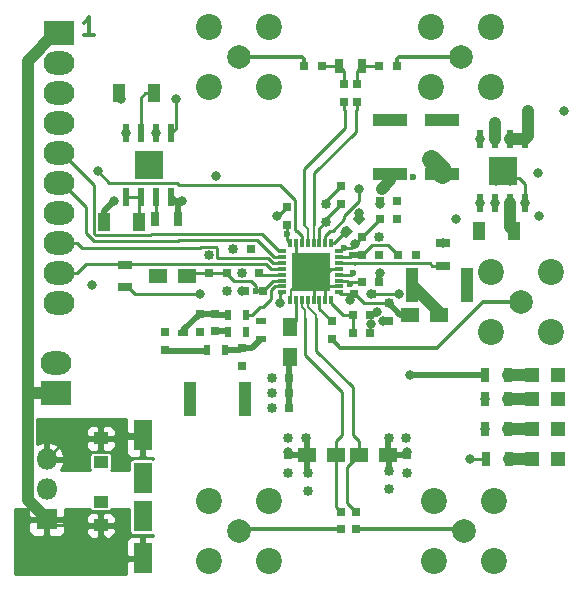
<source format=gbr>
G04 #@! TF.GenerationSoftware,KiCad,Pcbnew,5.0.2-bee76a0~70~ubuntu18.04.1*
G04 #@! TF.CreationDate,2019-01-26T17:59:04+01:00*
G04 #@! TF.ProjectId,adf5355,61646635-3335-4352-9e6b-696361645f70,rev?*
G04 #@! TF.SameCoordinates,Original*
G04 #@! TF.FileFunction,Copper,L1,Top*
G04 #@! TF.FilePolarity,Positive*
%FSLAX46Y46*%
G04 Gerber Fmt 4.6, Leading zero omitted, Abs format (unit mm)*
G04 Created by KiCad (PCBNEW 5.0.2-bee76a0~70~ubuntu18.04.1) date lör 26 jan 2019 17:59:04*
%MOMM*%
%LPD*%
G01*
G04 APERTURE LIST*
G04 #@! TA.AperFunction,NonConductor*
%ADD10C,0.300000*%
G04 #@! TD*
G04 #@! TA.AperFunction,SMDPad,CuDef*
%ADD11R,1.600000X2.600000*%
G04 #@! TD*
G04 #@! TA.AperFunction,SMDPad,CuDef*
%ADD12R,1.250000X1.000000*%
G04 #@! TD*
G04 #@! TA.AperFunction,SMDPad,CuDef*
%ADD13R,1.000000X3.000000*%
G04 #@! TD*
G04 #@! TA.AperFunction,SMDPad,CuDef*
%ADD14R,3.000000X1.000000*%
G04 #@! TD*
G04 #@! TA.AperFunction,SMDPad,CuDef*
%ADD15R,1.000000X1.600000*%
G04 #@! TD*
G04 #@! TA.AperFunction,SMDPad,CuDef*
%ADD16R,1.200000X1.200000*%
G04 #@! TD*
G04 #@! TA.AperFunction,ComponentPad*
%ADD17C,2.000000*%
G04 #@! TD*
G04 #@! TA.AperFunction,ComponentPad*
%ADD18C,2.200000*%
G04 #@! TD*
G04 #@! TA.AperFunction,ComponentPad*
%ADD19O,2.600000X2.000000*%
G04 #@! TD*
G04 #@! TA.AperFunction,ComponentPad*
%ADD20R,2.600000X2.000000*%
G04 #@! TD*
G04 #@! TA.AperFunction,SMDPad,CuDef*
%ADD21R,1.250000X1.500000*%
G04 #@! TD*
G04 #@! TA.AperFunction,SMDPad,CuDef*
%ADD22R,1.500000X1.250000*%
G04 #@! TD*
G04 #@! TA.AperFunction,SMDPad,CuDef*
%ADD23R,0.700000X1.300000*%
G04 #@! TD*
G04 #@! TA.AperFunction,SMDPad,CuDef*
%ADD24R,1.300000X0.700000*%
G04 #@! TD*
G04 #@! TA.AperFunction,ComponentPad*
%ADD25O,1.800000X1.800000*%
G04 #@! TD*
G04 #@! TA.AperFunction,ComponentPad*
%ADD26R,1.800000X1.800000*%
G04 #@! TD*
G04 #@! TA.AperFunction,SMDPad,CuDef*
%ADD27R,1.175000X1.175000*%
G04 #@! TD*
G04 #@! TA.AperFunction,SMDPad,CuDef*
%ADD28R,0.600000X1.550000*%
G04 #@! TD*
G04 #@! TA.AperFunction,SMDPad,CuDef*
%ADD29R,0.800000X0.300000*%
G04 #@! TD*
G04 #@! TA.AperFunction,SMDPad,CuDef*
%ADD30R,0.300000X0.800000*%
G04 #@! TD*
G04 #@! TA.AperFunction,SMDPad,CuDef*
%ADD31R,3.250000X3.250000*%
G04 #@! TD*
G04 #@! TA.AperFunction,SMDPad,CuDef*
%ADD32R,0.800000X0.750000*%
G04 #@! TD*
G04 #@! TA.AperFunction,SMDPad,CuDef*
%ADD33R,0.750000X0.800000*%
G04 #@! TD*
G04 #@! TA.AperFunction,SMDPad,CuDef*
%ADD34C,0.750000*%
G04 #@! TD*
G04 #@! TA.AperFunction,Conductor*
%ADD35C,0.100000*%
G04 #@! TD*
G04 #@! TA.AperFunction,SMDPad,CuDef*
%ADD36R,0.500000X0.900000*%
G04 #@! TD*
G04 #@! TA.AperFunction,SMDPad,CuDef*
%ADD37R,0.900000X0.500000*%
G04 #@! TD*
G04 #@! TA.AperFunction,ViaPad*
%ADD38C,0.800000*%
G04 #@! TD*
G04 #@! TA.AperFunction,ViaPad*
%ADD39C,0.600000*%
G04 #@! TD*
G04 #@! TA.AperFunction,Conductor*
%ADD40C,0.250000*%
G04 #@! TD*
G04 #@! TA.AperFunction,Conductor*
%ADD41C,1.000000*%
G04 #@! TD*
G04 #@! TA.AperFunction,Conductor*
%ADD42C,0.500000*%
G04 #@! TD*
G04 #@! TA.AperFunction,Conductor*
%ADD43C,0.150000*%
G04 #@! TD*
G04 #@! TA.AperFunction,Conductor*
%ADD44C,1.600000*%
G04 #@! TD*
G04 #@! TA.AperFunction,Conductor*
%ADD45C,0.355000*%
G04 #@! TD*
G04 #@! TA.AperFunction,Conductor*
%ADD46C,0.254000*%
G04 #@! TD*
G04 APERTURE END LIST*
D10*
X90852571Y-80942571D02*
X89995428Y-80942571D01*
X90424000Y-80942571D02*
X90424000Y-79442571D01*
X90281142Y-79656857D01*
X90138285Y-79799714D01*
X89995428Y-79871142D01*
D11*
G04 #@! TO.P,C1,1*
G04 #@! TO.N,/VIN*
X94996000Y-125244000D03*
G04 #@! TO.P,C1,2*
G04 #@! TO.N,GND*
X94996000Y-121644000D03*
G04 #@! TD*
D12*
G04 #@! TO.P,C2,2*
G04 #@! TO.N,GND*
X91440000Y-120428000D03*
G04 #@! TO.P,C2,1*
G04 #@! TO.N,/VIN*
X91440000Y-122428000D03*
G04 #@! TD*
G04 #@! TO.P,C3,1*
G04 #@! TO.N,/6V*
X91440000Y-115078000D03*
G04 #@! TO.P,C3,2*
G04 #@! TO.N,GND*
X91440000Y-117078000D03*
G04 #@! TD*
D11*
G04 #@! TO.P,C4,2*
G04 #@! TO.N,GND*
X94996000Y-118408000D03*
G04 #@! TO.P,C4,1*
G04 #@! TO.N,/6V*
X94996000Y-114808000D03*
G04 #@! TD*
D13*
G04 #@! TO.P,C6,2*
G04 #@! TO.N,GND*
X99032000Y-111760000D03*
G04 #@! TO.P,C6,1*
G04 #@! TO.N,/3V3*
X103632000Y-111760000D03*
G04 #@! TD*
D14*
G04 #@! TO.P,C8,2*
G04 #@! TO.N,GND*
X115976400Y-88124000D03*
G04 #@! TO.P,C8,1*
G04 #@! TO.N,/3V3*
X115976400Y-92724000D03*
G04 #@! TD*
D15*
G04 #@! TO.P,C23,2*
G04 #@! TO.N,GND*
X91718000Y-96774000D03*
G04 #@! TO.P,C23,1*
G04 #@! TO.N,Net-(C23-Pad1)*
X94718000Y-96774000D03*
G04 #@! TD*
G04 #@! TO.P,C24,1*
G04 #@! TO.N,Net-(C24-Pad1)*
X95988000Y-85852000D03*
G04 #@! TO.P,C24,2*
G04 #@! TO.N,GND*
X92988000Y-85852000D03*
G04 #@! TD*
D14*
G04 #@! TO.P,C35,2*
G04 #@! TO.N,GND*
X120345200Y-88124000D03*
G04 #@! TO.P,C35,1*
G04 #@! TO.N,/6V*
X120345200Y-92724000D03*
G04 #@! TD*
D15*
G04 #@! TO.P,C40,2*
G04 #@! TO.N,GND*
X123468000Y-97536000D03*
G04 #@! TO.P,C40,1*
G04 #@! TO.N,Net-(C40-Pad1)*
X126468000Y-97536000D03*
G04 #@! TD*
D16*
G04 #@! TO.P,D2,2*
G04 #@! TO.N,Net-(D2-Pad2)*
X127932000Y-111760000D03*
G04 #@! TO.P,D2,1*
G04 #@! TO.N,GND*
X130132000Y-111760000D03*
G04 #@! TD*
G04 #@! TO.P,D3,1*
G04 #@! TO.N,GND*
X130132000Y-109728000D03*
G04 #@! TO.P,D3,2*
G04 #@! TO.N,Net-(D3-Pad2)*
X127932000Y-109728000D03*
G04 #@! TD*
G04 #@! TO.P,D4,1*
G04 #@! TO.N,GND*
X130132000Y-116840000D03*
G04 #@! TO.P,D4,2*
G04 #@! TO.N,Net-(D4-Pad2)*
X127932000Y-116840000D03*
G04 #@! TD*
D17*
G04 #@! TO.P,J1,1*
G04 #@! TO.N,/REF+*
X103124000Y-82804000D03*
D18*
G04 #@! TO.P,J1,2*
G04 #@! TO.N,GND*
X105664000Y-85344000D03*
X105664000Y-80264000D03*
X100584000Y-80264000D03*
X100584000Y-85344000D03*
G04 #@! TD*
D17*
G04 #@! TO.P,J2,1*
G04 #@! TO.N,Net-(C33-Pad1)*
X127000000Y-103505000D03*
D18*
G04 #@! TO.P,J2,2*
G04 #@! TO.N,GND*
X129540000Y-106045000D03*
X129540000Y-100965000D03*
X124460000Y-100965000D03*
X124460000Y-106045000D03*
G04 #@! TD*
D17*
G04 #@! TO.P,J3,1*
G04 #@! TO.N,Net-(C34-Pad1)*
X103124000Y-122936000D03*
D18*
G04 #@! TO.P,J3,2*
G04 #@! TO.N,GND*
X105664000Y-125476000D03*
X105664000Y-120396000D03*
X100584000Y-120396000D03*
X100584000Y-125476000D03*
G04 #@! TD*
G04 #@! TO.P,J4,2*
G04 #@! TO.N,GND*
X119380000Y-85344000D03*
X119380000Y-80264000D03*
X124460000Y-80264000D03*
X124460000Y-85344000D03*
D17*
G04 #@! TO.P,J4,1*
G04 #@! TO.N,/REF-*
X121920000Y-82804000D03*
G04 #@! TD*
D18*
G04 #@! TO.P,J5,2*
G04 #@! TO.N,GND*
X119634000Y-125476000D03*
X119634000Y-120396000D03*
X124714000Y-120396000D03*
X124714000Y-125476000D03*
D17*
G04 #@! TO.P,J5,1*
G04 #@! TO.N,Net-(C41-Pad1)*
X122174000Y-122936000D03*
G04 #@! TD*
D19*
G04 #@! TO.P,J6,2*
G04 #@! TO.N,GND*
X87630000Y-108712000D03*
D20*
G04 #@! TO.P,J6,1*
G04 #@! TO.N,/VIN*
X87630000Y-111252000D03*
G04 #@! TD*
D19*
G04 #@! TO.P,J7,10*
G04 #@! TO.N,GND*
X87884000Y-103632000D03*
G04 #@! TO.P,J7,9*
G04 #@! TO.N,/CE*
X87884000Y-101092000D03*
G04 #@! TO.P,J7,8*
G04 #@! TO.N,/LE*
X87884000Y-98552000D03*
G04 #@! TO.P,J7,7*
G04 #@! TO.N,/MUX*
X87884000Y-96012000D03*
G04 #@! TO.P,J7,6*
G04 #@! TO.N,/DATA*
X87884000Y-93472000D03*
G04 #@! TO.P,J7,5*
G04 #@! TO.N,/CLK*
X87884000Y-90932000D03*
G04 #@! TO.P,J7,4*
G04 #@! TO.N,/3V3*
X87884000Y-88392000D03*
G04 #@! TO.P,J7,3*
G04 #@! TO.N,/5V*
X87884000Y-85852000D03*
G04 #@! TO.P,J7,2*
G04 #@! TO.N,/6V*
X87884000Y-83312000D03*
D20*
G04 #@! TO.P,J7,1*
G04 #@! TO.N,/VIN*
X87884000Y-80772000D03*
G04 #@! TD*
D21*
G04 #@! TO.P,L1,2*
G04 #@! TO.N,Net-(L1-Pad2)*
X107442000Y-105684000D03*
G04 #@! TO.P,L1,1*
G04 #@! TO.N,/3V3*
X107442000Y-108184000D03*
G04 #@! TD*
D22*
G04 #@! TO.P,L2,1*
G04 #@! TO.N,/3V3*
X108879000Y-116459000D03*
G04 #@! TO.P,L2,2*
G04 #@! TO.N,/RF_OUT+*
X111379000Y-116459000D03*
G04 #@! TD*
G04 #@! TO.P,L3,2*
G04 #@! TO.N,/RF_OUT-*
X113284000Y-116459000D03*
G04 #@! TO.P,L3,1*
G04 #@! TO.N,/3V3*
X115784000Y-116459000D03*
G04 #@! TD*
D23*
G04 #@! TO.P,R1,1*
G04 #@! TO.N,Net-(R1-Pad1)*
X96078000Y-96520000D03*
G04 #@! TO.P,R1,2*
G04 #@! TO.N,/6V*
X97978000Y-96520000D03*
G04 #@! TD*
D24*
G04 #@! TO.P,R2,2*
G04 #@! TO.N,/3V3*
X93472000Y-102296000D03*
G04 #@! TO.P,R2,1*
G04 #@! TO.N,/CE*
X93472000Y-100396000D03*
G04 #@! TD*
D23*
G04 #@! TO.P,R3,2*
G04 #@! TO.N,/REF2+*
X111638000Y-83566000D03*
G04 #@! TO.P,R3,1*
G04 #@! TO.N,/REF2-*
X113538000Y-83566000D03*
G04 #@! TD*
D24*
G04 #@! TO.P,R5,1*
G04 #@! TO.N,Net-(R5-Pad1)*
X120396000Y-100452000D03*
G04 #@! TO.P,R5,2*
G04 #@! TO.N,GND*
X120396000Y-98552000D03*
G04 #@! TD*
D23*
G04 #@! TO.P,R10,2*
G04 #@! TO.N,/6V*
X124018000Y-114300000D03*
G04 #@! TO.P,R10,1*
G04 #@! TO.N,Net-(D1-Pad2)*
X125918000Y-114300000D03*
G04 #@! TD*
G04 #@! TO.P,R11,1*
G04 #@! TO.N,Net-(D2-Pad2)*
X125918000Y-111760000D03*
G04 #@! TO.P,R11,2*
G04 #@! TO.N,/5V*
X124018000Y-111760000D03*
G04 #@! TD*
G04 #@! TO.P,R12,2*
G04 #@! TO.N,/3V3*
X124018000Y-109728000D03*
G04 #@! TO.P,R12,1*
G04 #@! TO.N,Net-(D3-Pad2)*
X125918000Y-109728000D03*
G04 #@! TD*
G04 #@! TO.P,R14,1*
G04 #@! TO.N,Net-(D4-Pad2)*
X125984000Y-116840000D03*
G04 #@! TO.P,R14,2*
G04 #@! TO.N,/MUX*
X124084000Y-116840000D03*
G04 #@! TD*
D25*
G04 #@! TO.P,U1,3*
G04 #@! TO.N,/6V*
X86868000Y-116840000D03*
G04 #@! TO.P,U1,2*
G04 #@! TO.N,GND*
X86868000Y-119380000D03*
D26*
G04 #@! TO.P,U1,1*
G04 #@! TO.N,/VIN*
X86868000Y-121920000D03*
G04 #@! TD*
D27*
G04 #@! TO.P,U2,9*
G04 #@! TO.N,GND*
X96091500Y-91360500D03*
X94916500Y-91360500D03*
X96091500Y-92535500D03*
X94916500Y-92535500D03*
D28*
G04 #@! TO.P,U2,8*
G04 #@! TO.N,/6V*
X97409000Y-94648000D03*
G04 #@! TO.P,U2,7*
G04 #@! TO.N,Net-(R1-Pad1)*
X96139000Y-94648000D03*
G04 #@! TO.P,U2,6*
G04 #@! TO.N,Net-(C23-Pad1)*
X94869000Y-94648000D03*
G04 #@! TO.P,U2,5*
X93599000Y-94648000D03*
G04 #@! TO.P,U2,4*
G04 #@! TO.N,GND*
X93599000Y-89248000D03*
G04 #@! TO.P,U2,3*
G04 #@! TO.N,Net-(C24-Pad1)*
X94869000Y-89248000D03*
G04 #@! TO.P,U2,2*
G04 #@! TO.N,/3V3*
X96139000Y-89248000D03*
G04 #@! TO.P,U2,1*
G04 #@! TO.N,Net-(C27-Pad1)*
X97409000Y-89248000D03*
G04 #@! TD*
G04 #@! TO.P,U3,1*
G04 #@! TO.N,Net-(C42-Pad1)*
X123571000Y-95156000D03*
G04 #@! TO.P,U3,2*
G04 #@! TO.N,/5V*
X124841000Y-95156000D03*
G04 #@! TO.P,U3,3*
G04 #@! TO.N,Net-(C40-Pad1)*
X126111000Y-95156000D03*
G04 #@! TO.P,U3,4*
G04 #@! TO.N,GND*
X127381000Y-95156000D03*
G04 #@! TO.P,U3,5*
G04 #@! TO.N,Net-(C39-Pad1)*
X127381000Y-89756000D03*
G04 #@! TO.P,U3,6*
X126111000Y-89756000D03*
G04 #@! TO.P,U3,7*
G04 #@! TO.N,Net-(R4-Pad1)*
X124841000Y-89756000D03*
G04 #@! TO.P,U3,8*
G04 #@! TO.N,/6V*
X123571000Y-89756000D03*
D27*
G04 #@! TO.P,U3,9*
G04 #@! TO.N,GND*
X126063500Y-91868500D03*
X124888500Y-91868500D03*
X126063500Y-93043500D03*
X124888500Y-93043500D03*
G04 #@! TD*
D29*
G04 #@! TO.P,U4,1*
G04 #@! TO.N,/CLK*
X106820000Y-99215000D03*
G04 #@! TO.P,U4,2*
G04 #@! TO.N,/DATA*
X106820000Y-99715000D03*
G04 #@! TO.P,U4,3*
G04 #@! TO.N,/LE*
X106820000Y-100215000D03*
G04 #@! TO.P,U4,4*
G04 #@! TO.N,/CE*
X106820000Y-100715000D03*
G04 #@! TO.P,U4,5*
G04 #@! TO.N,/3V3*
X106820000Y-101215000D03*
G04 #@! TO.P,U4,6*
G04 #@! TO.N,Net-(C5-Pad1)*
X106820000Y-101715000D03*
G04 #@! TO.P,U4,7*
G04 #@! TO.N,Net-(R6-Pad2)*
X106820000Y-102215000D03*
G04 #@! TO.P,U4,8*
G04 #@! TO.N,GNDA*
X106820000Y-102715000D03*
D30*
G04 #@! TO.P,U4,9*
G04 #@! TO.N,GND*
X107470000Y-103365000D03*
G04 #@! TO.P,U4,10*
G04 #@! TO.N,Net-(L1-Pad2)*
X107970000Y-103365000D03*
G04 #@! TO.P,U4,11*
G04 #@! TO.N,/RF_OUT+*
X108470000Y-103365000D03*
G04 #@! TO.P,U4,12*
G04 #@! TO.N,/RF_OUT-*
X108970000Y-103365000D03*
G04 #@! TO.P,U4,13*
G04 #@! TO.N,GND*
X109470000Y-103365000D03*
G04 #@! TO.P,U4,14*
G04 #@! TO.N,Net-(C33-Pad2)*
X109970000Y-103365000D03*
G04 #@! TO.P,U4,15*
G04 #@! TO.N,GND*
X110470000Y-103365000D03*
G04 #@! TO.P,U4,16*
G04 #@! TO.N,/3V3*
X110970000Y-103365000D03*
D29*
G04 #@! TO.P,U4,17*
G04 #@! TO.N,Net-(C58-Pad1)*
X111620000Y-102715000D03*
G04 #@! TO.P,U4,18*
G04 #@! TO.N,GND*
X111620000Y-102215000D03*
G04 #@! TO.P,U4,19*
G04 #@! TO.N,/5V*
X111620000Y-101715000D03*
G04 #@! TO.P,U4,20*
G04 #@! TO.N,Net-(R9-Pad1)*
X111620000Y-101215000D03*
G04 #@! TO.P,U4,21*
G04 #@! TO.N,GND*
X111620000Y-100715000D03*
G04 #@! TO.P,U4,22*
G04 #@! TO.N,Net-(R5-Pad1)*
X111620000Y-100215000D03*
G04 #@! TO.P,U4,23*
G04 #@! TO.N,Net-(C50-Pad1)*
X111620000Y-99715000D03*
G04 #@! TO.P,U4,24*
G04 #@! TO.N,Net-(C53-Pad1)*
X111620000Y-99215000D03*
D30*
G04 #@! TO.P,U4,25*
G04 #@! TO.N,Net-(C28-Pad1)*
X110970000Y-98565000D03*
G04 #@! TO.P,U4,26*
G04 #@! TO.N,Net-(R15-Pad1)*
X110470000Y-98565000D03*
G04 #@! TO.P,U4,27*
G04 #@! TO.N,/3V3*
X109970000Y-98565000D03*
G04 #@! TO.P,U4,28*
G04 #@! TO.N,/REF3-*
X109470000Y-98565000D03*
G04 #@! TO.P,U4,29*
G04 #@! TO.N,/REF3+*
X108970000Y-98565000D03*
G04 #@! TO.P,U4,30*
G04 #@! TO.N,/MUX*
X108470000Y-98565000D03*
G04 #@! TO.P,U4,31*
G04 #@! TO.N,GND*
X107970000Y-98565000D03*
G04 #@! TO.P,U4,32*
G04 #@! TO.N,Net-(C25-Pad1)*
X107470000Y-98565000D03*
D31*
G04 #@! TO.P,U4,33*
G04 #@! TO.N,GND*
X109220000Y-100965000D03*
G04 #@! TD*
D16*
G04 #@! TO.P,D1,1*
G04 #@! TO.N,GND*
X130132000Y-114300000D03*
G04 #@! TO.P,D1,2*
G04 #@! TO.N,Net-(D1-Pad2)*
X127932000Y-114300000D03*
G04 #@! TD*
D32*
G04 #@! TO.P,C11,1*
G04 #@! TO.N,/3V3*
X104878000Y-101092000D03*
G04 #@! TO.P,C11,2*
G04 #@! TO.N,GND*
X103378000Y-101092000D03*
G04 #@! TD*
G04 #@! TO.P,C13,1*
G04 #@! TO.N,/3V3*
X112776000Y-104648000D03*
G04 #@! TO.P,C13,2*
G04 #@! TO.N,GND*
X114276000Y-104648000D03*
G04 #@! TD*
D33*
G04 #@! TO.P,C17,1*
G04 #@! TO.N,/3V3*
X110490000Y-96762000D03*
G04 #@! TO.P,C17,2*
G04 #@! TO.N,GND*
X110490000Y-95262000D03*
G04 #@! TD*
D32*
G04 #@! TO.P,C18,2*
G04 #@! TO.N,GND*
X105918000Y-109982000D03*
G04 #@! TO.P,C18,1*
G04 #@! TO.N,/3V3*
X107418000Y-109982000D03*
G04 #@! TD*
G04 #@! TO.P,C19,2*
G04 #@! TO.N,GND*
X105930000Y-112522000D03*
G04 #@! TO.P,C19,1*
G04 #@! TO.N,/3V3*
X107430000Y-112522000D03*
G04 #@! TD*
D33*
G04 #@! TO.P,C25,1*
G04 #@! TO.N,Net-(C25-Pad1)*
X107188000Y-97028000D03*
G04 #@! TO.P,C25,2*
G04 #@! TO.N,GND*
X107188000Y-95528000D03*
G04 #@! TD*
D34*
G04 #@! TO.P,C28,1*
G04 #@! TO.N,Net-(C28-Pad1)*
X112245670Y-97558330D03*
D35*
G04 #@! TD*
G04 #@! TO.N,Net-(C28-Pad1)*
G04 #@! TO.C,C28*
G36*
X112227992Y-98106338D02*
X111697662Y-97576008D01*
X112263348Y-97010322D01*
X112793678Y-97540652D01*
X112227992Y-98106338D01*
X112227992Y-98106338D01*
G37*
D34*
G04 #@! TO.P,C28,2*
G04 #@! TO.N,GND*
X113306330Y-96497670D03*
D35*
G04 #@! TD*
G04 #@! TO.N,GND*
G04 #@! TO.C,C28*
G36*
X113288652Y-97045678D02*
X112758322Y-96515348D01*
X113324008Y-95949662D01*
X113854338Y-96479992D01*
X113288652Y-97045678D01*
X113288652Y-97045678D01*
G37*
D33*
G04 #@! TO.P,C33,2*
G04 #@! TO.N,Net-(C33-Pad2)*
X110998000Y-105180000D03*
G04 #@! TO.P,C33,1*
G04 #@! TO.N,Net-(C33-Pad1)*
X110998000Y-106680000D03*
G04 #@! TD*
G04 #@! TO.P,C34,1*
G04 #@! TO.N,Net-(C34-Pad1)*
X111760000Y-122785000D03*
G04 #@! TO.P,C34,2*
G04 #@! TO.N,/RF_OUT+*
X111760000Y-121285000D03*
G04 #@! TD*
G04 #@! TO.P,C41,2*
G04 #@! TO.N,/RF_OUT-*
X113030000Y-121285000D03*
G04 #@! TO.P,C41,1*
G04 #@! TO.N,Net-(C41-Pad1)*
X113030000Y-122785000D03*
G04 #@! TD*
G04 #@! TO.P,C46,1*
G04 #@! TO.N,Net-(C46-Pad1)*
X103378000Y-107466000D03*
G04 #@! TO.P,C46,2*
G04 #@! TO.N,GNDA*
X103378000Y-108966000D03*
G04 #@! TD*
D32*
G04 #@! TO.P,C50,1*
G04 #@! TO.N,Net-(C50-Pad1)*
X113550000Y-99568000D03*
G04 #@! TO.P,C50,2*
G04 #@! TO.N,GND*
X115050000Y-99568000D03*
G04 #@! TD*
G04 #@! TO.P,C53,1*
G04 #@! TO.N,Net-(C53-Pad1)*
X113550000Y-98044000D03*
G04 #@! TO.P,C53,2*
G04 #@! TO.N,GND*
X115050000Y-98044000D03*
G04 #@! TD*
D33*
G04 #@! TO.P,C5,2*
G04 #@! TO.N,GND*
X100584000Y-99592000D03*
G04 #@! TO.P,C5,1*
G04 #@! TO.N,Net-(C5-Pad1)*
X100584000Y-101092000D03*
G04 #@! TD*
G04 #@! TO.P,C7,1*
G04 #@! TO.N,Net-(C5-Pad1)*
X102108000Y-101116000D03*
G04 #@! TO.P,C7,2*
G04 #@! TO.N,GND*
X102108000Y-102616000D03*
G04 #@! TD*
D32*
G04 #@! TO.P,C9,2*
G04 #@! TO.N,GND*
X102640000Y-99060000D03*
G04 #@! TO.P,C9,1*
G04 #@! TO.N,/3V3*
X104140000Y-99060000D03*
G04 #@! TD*
G04 #@! TO.P,C14,1*
G04 #@! TO.N,/3V3*
X112776000Y-106172000D03*
G04 #@! TO.P,C14,2*
G04 #@! TO.N,GND*
X114276000Y-106172000D03*
G04 #@! TD*
D33*
G04 #@! TO.P,C15,1*
G04 #@! TO.N,/3V3*
X111760000Y-95238000D03*
G04 #@! TO.P,C15,2*
G04 #@! TO.N,GND*
X111760000Y-93738000D03*
G04 #@! TD*
D32*
G04 #@! TO.P,C20,2*
G04 #@! TO.N,GND*
X105930000Y-111252000D03*
G04 #@! TO.P,C20,1*
G04 #@! TO.N,/3V3*
X107430000Y-111252000D03*
G04 #@! TD*
G04 #@! TO.P,C30,2*
G04 #@! TO.N,GND*
X116574000Y-94996000D03*
G04 #@! TO.P,C30,1*
G04 #@! TO.N,Net-(C28-Pad1)*
X115074000Y-94996000D03*
G04 #@! TD*
G04 #@! TO.P,C31,1*
G04 #@! TO.N,/REF2+*
X110171140Y-83591490D03*
G04 #@! TO.P,C31,2*
G04 #@! TO.N,/REF+*
X108671140Y-83591490D03*
G04 #@! TD*
D33*
G04 #@! TO.P,C32,2*
G04 #@! TO.N,/REF2+*
X112014000Y-85090000D03*
G04 #@! TO.P,C32,1*
G04 #@! TO.N,/REF3+*
X112014000Y-86590000D03*
G04 #@! TD*
G04 #@! TO.P,C38,1*
G04 #@! TO.N,/REF3-*
X113157000Y-86590000D03*
G04 #@! TO.P,C38,2*
G04 #@! TO.N,/REF2-*
X113157000Y-85090000D03*
G04 #@! TD*
D32*
G04 #@! TO.P,C48,2*
G04 #@! TO.N,GND*
X115038000Y-101854000D03*
G04 #@! TO.P,C48,1*
G04 #@! TO.N,/5V*
X113538000Y-101854000D03*
G04 #@! TD*
G04 #@! TO.P,C52,2*
G04 #@! TO.N,GND*
X118110000Y-99568000D03*
G04 #@! TO.P,C52,1*
G04 #@! TO.N,Net-(C50-Pad1)*
X116610000Y-99568000D03*
G04 #@! TD*
G04 #@! TO.P,C55,1*
G04 #@! TO.N,Net-(C53-Pad1)*
X115074000Y-96520000D03*
G04 #@! TO.P,C55,2*
G04 #@! TO.N,GND*
X116574000Y-96520000D03*
G04 #@! TD*
G04 #@! TO.P,C57,2*
G04 #@! TO.N,GND*
X103656000Y-102616000D03*
G04 #@! TO.P,C57,1*
G04 #@! TO.N,Net-(C5-Pad1)*
X105156000Y-102616000D03*
G04 #@! TD*
D33*
G04 #@! TO.P,C58,1*
G04 #@! TO.N,Net-(C58-Pad1)*
X115824000Y-103656000D03*
G04 #@! TO.P,C58,2*
G04 #@! TO.N,GND*
X115824000Y-105156000D03*
G04 #@! TD*
D32*
G04 #@! TO.P,C61,2*
G04 #@! TO.N,GND*
X114415000Y-102870000D03*
G04 #@! TO.P,C61,1*
G04 #@! TO.N,Net-(C58-Pad1)*
X112915000Y-102870000D03*
G04 #@! TD*
D22*
G04 #@! TO.P,L4,1*
G04 #@! TO.N,Net-(C5-Pad1)*
X98786000Y-101346000D03*
G04 #@! TO.P,L4,2*
G04 #@! TO.N,/5V*
X96286000Y-101346000D03*
G04 #@! TD*
G04 #@! TO.P,L5,2*
G04 #@! TO.N,/5V*
X120122000Y-104648000D03*
G04 #@! TO.P,L5,1*
G04 #@! TO.N,Net-(C58-Pad1)*
X117622000Y-104648000D03*
G04 #@! TD*
D33*
G04 #@! TO.P,C43,1*
G04 #@! TO.N,Net-(C43-Pad1)*
X101092000Y-104521000D03*
G04 #@! TO.P,C43,2*
G04 #@! TO.N,Net-(C43-Pad2)*
X101092000Y-106021000D03*
G04 #@! TD*
G04 #@! TO.P,C44,1*
G04 #@! TO.N,Net-(C43-Pad1)*
X99822000Y-104533000D03*
G04 #@! TO.P,C44,2*
G04 #@! TO.N,GNDA*
X99822000Y-106033000D03*
G04 #@! TD*
G04 #@! TO.P,C45,2*
G04 #@! TO.N,GNDA*
X96901000Y-106069000D03*
G04 #@! TO.P,C45,1*
G04 #@! TO.N,Net-(C45-Pad1)*
X96901000Y-107569000D03*
G04 #@! TD*
D13*
G04 #@! TO.P,C47,2*
G04 #@! TO.N,GND*
X122442000Y-102108000D03*
G04 #@! TO.P,C47,1*
G04 #@! TO.N,/5V*
X117842000Y-102108000D03*
G04 #@! TD*
D36*
G04 #@! TO.P,R6,2*
G04 #@! TO.N,Net-(R6-Pad2)*
X103747000Y-104648000D03*
G04 #@! TO.P,R6,1*
G04 #@! TO.N,Net-(C43-Pad1)*
X102247000Y-104648000D03*
G04 #@! TD*
D37*
G04 #@! TO.P,R7,1*
G04 #@! TO.N,Net-(C45-Pad1)*
X98425000Y-107696000D03*
G04 #@! TO.P,R7,2*
G04 #@! TO.N,Net-(C43-Pad1)*
X98425000Y-106196000D03*
G04 #@! TD*
D36*
G04 #@! TO.P,R8,2*
G04 #@! TO.N,Net-(C45-Pad1)*
X100481000Y-107569000D03*
G04 #@! TO.P,R8,1*
G04 #@! TO.N,Net-(C46-Pad1)*
X101981000Y-107569000D03*
G04 #@! TD*
D37*
G04 #@! TO.P,R9,1*
G04 #@! TO.N,Net-(R9-Pad1)*
X105029000Y-105156000D03*
G04 #@! TO.P,R9,2*
G04 #@! TO.N,Net-(C46-Pad1)*
X105029000Y-106656000D03*
G04 #@! TD*
D36*
G04 #@! TO.P,R13,2*
G04 #@! TO.N,Net-(C43-Pad2)*
X102247000Y-106045000D03*
G04 #@! TO.P,R13,1*
G04 #@! TO.N,GNDA*
X103747000Y-106045000D03*
G04 #@! TD*
D32*
G04 #@! TO.P,C37,1*
G04 #@! TO.N,/REF2-*
X115021140Y-83591490D03*
G04 #@! TO.P,C37,2*
G04 #@! TO.N,/REF-*
X116521140Y-83591490D03*
G04 #@! TD*
G04 #@! TO.P,C62,1*
G04 #@! TO.N,/3V3*
X108839000Y-115050000D03*
G04 #@! TO.P,C62,2*
G04 #@! TO.N,GND*
X107339000Y-115050000D03*
G04 #@! TD*
D33*
G04 #@! TO.P,C63,2*
G04 #@! TO.N,GND*
X108966000Y-119495000D03*
G04 #@! TO.P,C63,1*
G04 #@! TO.N,/3V3*
X108966000Y-117995000D03*
G04 #@! TD*
D32*
G04 #@! TO.P,C64,1*
G04 #@! TO.N,/3V3*
X115836000Y-115062000D03*
G04 #@! TO.P,C64,2*
G04 #@! TO.N,GND*
X117336000Y-115062000D03*
G04 #@! TD*
D33*
G04 #@! TO.P,C65,2*
G04 #@! TO.N,GND*
X107315000Y-117983000D03*
G04 #@! TO.P,C65,1*
G04 #@! TO.N,/3V3*
X107315000Y-116483000D03*
G04 #@! TD*
G04 #@! TO.P,C66,1*
G04 #@! TO.N,/3V3*
X117348000Y-116483000D03*
G04 #@! TO.P,C66,2*
G04 #@! TO.N,GND*
X117348000Y-117983000D03*
G04 #@! TD*
G04 #@! TO.P,C67,2*
G04 #@! TO.N,GND*
X115824000Y-119380000D03*
G04 #@! TO.P,C67,1*
G04 #@! TO.N,/3V3*
X115824000Y-117880000D03*
G04 #@! TD*
D38*
G04 #@! TO.N,GND*
X110236000Y-101854000D03*
X109220000Y-101854000D03*
X108204000Y-100076000D03*
X108204000Y-100965000D03*
X110236000Y-100965000D03*
X109220000Y-100965000D03*
X108204000Y-101854000D03*
X110236000Y-100076000D03*
X109220000Y-100076000D03*
D39*
X118110000Y-99568000D03*
D38*
X120396000Y-98552000D03*
D39*
X115050000Y-99568000D03*
X116574000Y-96520000D03*
X116574000Y-94996000D03*
D38*
X100584000Y-99592000D03*
X102640000Y-99060000D03*
X103405998Y-102616000D03*
X102108000Y-102616000D03*
X130132000Y-109728000D03*
X130132000Y-111760000D03*
X130132000Y-114300000D03*
X130132000Y-116840000D03*
X122442000Y-102108000D03*
X105930000Y-112522000D03*
X105930000Y-111252000D03*
X105918000Y-109982000D03*
X99032000Y-111760000D03*
X94996000Y-118408000D03*
X91440000Y-120428000D03*
X91440000Y-117078000D03*
X94996000Y-121644000D03*
X124888500Y-93288002D03*
X126127720Y-93264083D03*
X126063500Y-91868500D03*
X124888500Y-91868500D03*
X128524000Y-96227900D03*
X121539000Y-96534000D03*
X130647700Y-87376000D03*
X127381000Y-95156000D03*
X123468000Y-97536000D03*
X115976400Y-88124000D03*
X120345200Y-88124000D03*
X96091500Y-91360500D03*
X94916500Y-91360500D03*
X94916500Y-92535500D03*
X96091500Y-92535500D03*
X93599000Y-89248000D03*
X93204000Y-86360000D03*
X101219000Y-92837000D03*
X92583000Y-94996000D03*
X115062000Y-101092000D03*
X110490000Y-95262000D03*
X106374817Y-96218124D03*
X116741998Y-102870000D03*
X114327998Y-102870000D03*
X115316000Y-105156000D03*
X114808000Y-104394000D03*
X114300000Y-105410000D03*
X103378000Y-101067001D03*
X113355316Y-95956316D03*
X115824000Y-119380000D03*
X117348000Y-117983000D03*
X117336000Y-115062000D03*
X108966000Y-119495000D03*
X107315000Y-117983000D03*
X107339000Y-115050000D03*
X115050000Y-98044000D03*
G04 #@! TO.N,/6V*
X98298000Y-94996000D03*
X119438998Y-91440000D03*
X123571000Y-89756000D03*
X94996000Y-114808000D03*
X124018000Y-114300000D03*
D39*
G04 #@! TO.N,/3V3*
X104140000Y-99060000D03*
X117856000Y-92964000D03*
X112776000Y-106172000D03*
X107442000Y-108184000D03*
X104140000Y-99060000D03*
D38*
X96139000Y-89248000D03*
X103632000Y-111760000D03*
X110490000Y-96770002D03*
X117602000Y-109728000D03*
X99822000Y-102870000D03*
X115243001Y-93920999D03*
D39*
X104878000Y-101092000D03*
D38*
X108839000Y-115050000D03*
X107315000Y-116195000D03*
X108966000Y-117995000D03*
X115836000Y-115062000D03*
X117348000Y-116195000D03*
X115824000Y-117880000D03*
D39*
G04 #@! TO.N,Net-(C25-Pad1)*
X107188000Y-97778000D03*
D38*
G04 #@! TO.N,Net-(C27-Pad1)*
X97804000Y-86360000D03*
G04 #@! TO.N,Net-(C28-Pad1)*
X115074000Y-95230002D03*
X112245670Y-97558330D03*
G04 #@! TO.N,/5V*
X117842000Y-102108000D03*
X124018000Y-111760000D03*
D39*
X112547400Y-101968300D03*
D38*
X124841000Y-95156000D03*
X128440000Y-92627900D03*
X96286000Y-101346000D03*
X90678000Y-102108000D03*
G04 #@! TO.N,Net-(C39-Pad1)*
X127647700Y-87376000D03*
G04 #@! TO.N,Net-(C42-Pad1)*
X123571000Y-95156000D03*
D39*
G04 #@! TO.N,Net-(C50-Pad1)*
X112713645Y-99590000D03*
G04 #@! TO.N,Net-(C53-Pad1)*
X112026000Y-98933000D03*
D38*
X113013590Y-98608710D03*
G04 #@! TO.N,/MUX*
X91186000Y-92456000D03*
X122682000Y-116840000D03*
G04 #@! TO.N,Net-(R4-Pad1)*
X124841000Y-88392000D03*
D39*
G04 #@! TO.N,Net-(R9-Pad1)*
X105029000Y-105156000D03*
X112775974Y-101062099D03*
D38*
G04 #@! TO.N,Net-(R15-Pad1)*
X113284000Y-93980000D03*
D39*
G04 #@! TO.N,Net-(C5-Pad1)*
X104556002Y-102616000D03*
D38*
G04 #@! TO.N,Net-(C58-Pad1)*
X112534000Y-103378000D03*
X115824000Y-103656000D03*
D39*
G04 #@! TO.N,GNDA*
X103747000Y-106045000D03*
X96901000Y-106069000D03*
X99822000Y-106033000D03*
X103378000Y-108966000D03*
D38*
X106592000Y-103632000D03*
G04 #@! TD*
D40*
G04 #@! TO.N,/VIN*
X87376000Y-122428000D02*
X86868000Y-121920000D01*
X91440000Y-122428000D02*
X87376000Y-122428000D01*
X91440000Y-123178000D02*
X93506000Y-125244000D01*
X93946000Y-125244000D02*
X94996000Y-125244000D01*
X93506000Y-125244000D02*
X93946000Y-125244000D01*
X91440000Y-122428000D02*
X91440000Y-123178000D01*
D41*
X85267999Y-120319999D02*
X86868000Y-121920000D01*
X87584000Y-80772000D02*
X85267999Y-83088001D01*
X87884000Y-80772000D02*
X87584000Y-80772000D01*
X85267999Y-111314001D02*
X85267999Y-111506000D01*
X85330000Y-111252000D02*
X85267999Y-111314001D01*
X87630000Y-111252000D02*
X85330000Y-111252000D01*
X85267999Y-83088001D02*
X85267999Y-111506000D01*
X85267999Y-111506000D02*
X85267999Y-120319999D01*
D40*
G04 #@! TO.N,GND*
X110720000Y-100965000D02*
X109220000Y-100965000D01*
X110970000Y-100715000D02*
X110720000Y-100965000D01*
X111620000Y-100715000D02*
X110970000Y-100715000D01*
X109220000Y-101854000D02*
X110236000Y-101854000D01*
X109220000Y-100965000D02*
X109220000Y-101854000D01*
X109220000Y-100965000D02*
X108204000Y-100965000D01*
X109220000Y-100965000D02*
X109093000Y-100965000D01*
X109220000Y-100965000D02*
X110236000Y-100965000D01*
X109093000Y-100965000D02*
X108204000Y-101854000D01*
X109470000Y-103365000D02*
X109470000Y-101215000D01*
X109470000Y-101215000D02*
X109220000Y-100965000D01*
X109220000Y-100076000D02*
X110236000Y-100076000D01*
X109220000Y-100965000D02*
X109220000Y-100076000D01*
X109093000Y-100965000D02*
X108204000Y-100076000D01*
X110470000Y-102215000D02*
X109220000Y-100965000D01*
X107970000Y-98565000D02*
X107970000Y-99715000D01*
X107970000Y-99715000D02*
X109220000Y-100965000D01*
X114415000Y-102870000D02*
X114327998Y-102870000D01*
X103656000Y-102616000D02*
X103405998Y-102616000D01*
X111620000Y-102215000D02*
X110470000Y-102215000D01*
X110470000Y-103365000D02*
X110470000Y-102215000D01*
X126901000Y-93043500D02*
X126063500Y-93043500D01*
X127381000Y-93523500D02*
X126901000Y-93043500D01*
X127381000Y-95156000D02*
X127381000Y-93523500D01*
X124888500Y-93043500D02*
X124888500Y-93288002D01*
X126063500Y-93043500D02*
X126063500Y-93199863D01*
X126063500Y-93199863D02*
X126127720Y-93264083D01*
D42*
X115038000Y-101854000D02*
X115038000Y-101116000D01*
X115038000Y-101116000D02*
X115062000Y-101092000D01*
D40*
X110490000Y-95008000D02*
X111760000Y-93738000D01*
X110490000Y-95262000D02*
X110490000Y-95008000D01*
D42*
X91718000Y-95861000D02*
X92583000Y-94996000D01*
X91718000Y-96774000D02*
X91718000Y-95861000D01*
D40*
X106497876Y-96218124D02*
X107188000Y-95528000D01*
X106374817Y-96218124D02*
X106497876Y-96218124D01*
X114415000Y-102870000D02*
X116741998Y-102870000D01*
X115824000Y-105156000D02*
X115316000Y-105156000D01*
X114276000Y-104648000D02*
X114554000Y-104648000D01*
X114554000Y-104648000D02*
X114808000Y-104394000D01*
X114276000Y-106172000D02*
X114276000Y-105434000D01*
X114276000Y-105434000D02*
X114300000Y-105410000D01*
X103378000Y-101092000D02*
X103378000Y-101067001D01*
X113306330Y-96497670D02*
X113306330Y-96005302D01*
X113306330Y-96005302D02*
X113355316Y-95956316D01*
D43*
X107804001Y-102253999D02*
X108204000Y-101854000D01*
X107544999Y-102513001D02*
X107804001Y-102253999D01*
X107544999Y-103290001D02*
X107544999Y-102513001D01*
X107470000Y-103365000D02*
X107544999Y-103290001D01*
D40*
G04 #@! TO.N,/6V*
X88630000Y-115078000D02*
X86868000Y-116840000D01*
X91440000Y-115078000D02*
X88630000Y-115078000D01*
X94726000Y-115078000D02*
X94996000Y-114808000D01*
X91440000Y-115078000D02*
X94726000Y-115078000D01*
D42*
X97757000Y-94996000D02*
X97409000Y-94648000D01*
X98298000Y-94996000D02*
X97757000Y-94996000D01*
X97978000Y-95217000D02*
X97409000Y-94648000D01*
X97978000Y-96520000D02*
X97978000Y-95217000D01*
D44*
X120345200Y-92724000D02*
X120345200Y-92346202D01*
X120345200Y-92346202D02*
X119438998Y-91440000D01*
D40*
G04 #@! TO.N,/3V3*
X112776000Y-106172000D02*
X112776000Y-104648000D01*
X112003000Y-104648000D02*
X112776000Y-104648000D01*
X110970000Y-103365000D02*
X110970000Y-103615000D01*
X110970000Y-103615000D02*
X112003000Y-104648000D01*
D42*
X107430000Y-112522000D02*
X107430000Y-111252000D01*
X107430000Y-109994000D02*
X107418000Y-109982000D01*
X107430000Y-111252000D02*
X107430000Y-109994000D01*
X107418000Y-108208000D02*
X107442000Y-108184000D01*
X107418000Y-109982000D02*
X107418000Y-108208000D01*
D40*
X110490000Y-96508000D02*
X111760000Y-95238000D01*
X110490000Y-96770002D02*
X110490000Y-96508000D01*
D42*
X124018000Y-109728000D02*
X117602000Y-109728000D01*
D40*
X94346000Y-102870000D02*
X99822000Y-102870000D01*
X93472000Y-102296000D02*
X93772000Y-102296000D01*
X93772000Y-102296000D02*
X94346000Y-102870000D01*
D41*
X115976400Y-93187600D02*
X115243001Y-93920999D01*
X115976400Y-92724000D02*
X115976400Y-93187600D01*
D40*
X109970000Y-97290002D02*
X110490000Y-96770002D01*
X109970000Y-98565000D02*
X109970000Y-97290002D01*
X105001000Y-101215000D02*
X104878000Y-101092000D01*
X106820000Y-101215000D02*
X105001000Y-101215000D01*
D42*
X117324000Y-116459000D02*
X117348000Y-116483000D01*
X115784000Y-116459000D02*
X117324000Y-116459000D01*
X115784000Y-115114000D02*
X115836000Y-115062000D01*
X115784000Y-116459000D02*
X115784000Y-115114000D01*
X115824000Y-116499000D02*
X115784000Y-116459000D01*
X115824000Y-117880000D02*
X115824000Y-116499000D01*
X108879000Y-115090000D02*
X108839000Y-115050000D01*
X108879000Y-116459000D02*
X108879000Y-115090000D01*
X107339000Y-116459000D02*
X107315000Y-116483000D01*
X108879000Y-116459000D02*
X107339000Y-116459000D01*
X108879000Y-117908000D02*
X108966000Y-117995000D01*
X108879000Y-116459000D02*
X108879000Y-117908000D01*
X107315000Y-116483000D02*
X107315000Y-116195000D01*
X117348000Y-116483000D02*
X117348000Y-116195000D01*
D40*
G04 #@! TO.N,Net-(C23-Pad1)*
X94869000Y-94648000D02*
X93599000Y-94648000D01*
X94718000Y-94799000D02*
X94869000Y-94648000D01*
X94718000Y-96774000D02*
X94718000Y-94799000D01*
G04 #@! TO.N,Net-(C24-Pad1)*
X95238000Y-85852000D02*
X95988000Y-85852000D01*
X94869000Y-86221000D02*
X95238000Y-85852000D01*
X94869000Y-89248000D02*
X94869000Y-86221000D01*
G04 #@! TO.N,Net-(C25-Pad1)*
X107188000Y-98283000D02*
X107470000Y-98565000D01*
X107188000Y-97028000D02*
X107188000Y-98283000D01*
G04 #@! TO.N,Net-(C27-Pad1)*
X97804000Y-88853000D02*
X97409000Y-89248000D01*
X97804000Y-86360000D02*
X97804000Y-88853000D01*
G04 #@! TO.N,Net-(C28-Pad1)*
X111239000Y-98565000D02*
X112245670Y-97558330D01*
X110970000Y-98565000D02*
X111239000Y-98565000D01*
D45*
G04 #@! TO.N,Net-(C33-Pad1)*
X110998000Y-106705000D02*
X111735000Y-107442000D01*
X119888000Y-107442000D02*
X123825000Y-103505000D01*
X123825000Y-103505000D02*
X127000000Y-103505000D01*
X111735000Y-107442000D02*
X119888000Y-107442000D01*
X110998000Y-106680000D02*
X110998000Y-106705000D01*
D40*
G04 #@! TO.N,Net-(C33-Pad2)*
X110998000Y-105155000D02*
X110998000Y-105180000D01*
X109970000Y-104127000D02*
X110998000Y-105155000D01*
X109970000Y-103365000D02*
X109970000Y-104127000D01*
D46*
G04 #@! TO.N,Net-(C34-Pad1)*
X103275000Y-122785000D02*
X103124000Y-122936000D01*
D45*
X111760000Y-122785000D02*
X103275000Y-122785000D01*
D41*
G04 #@! TO.N,/5V*
X120122000Y-104388000D02*
X117842000Y-102108000D01*
X120122000Y-104648000D02*
X120122000Y-104388000D01*
D40*
X111620000Y-101715000D02*
X112294100Y-101715000D01*
X112294100Y-101715000D02*
X112547400Y-101968300D01*
X112661700Y-101854000D02*
X112547400Y-101968300D01*
X113538000Y-101854000D02*
X112661700Y-101854000D01*
D41*
X96286000Y-101346000D02*
X96286000Y-101289000D01*
G04 #@! TO.N,Net-(C39-Pad1)*
X127647700Y-89489300D02*
X127381000Y-89756000D01*
X127647700Y-87376000D02*
X127647700Y-89489300D01*
X127381000Y-89756000D02*
X126111000Y-89756000D01*
G04 #@! TO.N,Net-(C40-Pad1)*
X126111000Y-97179000D02*
X126468000Y-97536000D01*
X126111000Y-95156000D02*
X126111000Y-97179000D01*
D46*
G04 #@! TO.N,Net-(C41-Pad1)*
X122023000Y-122785000D02*
X122174000Y-122936000D01*
D45*
X113030000Y-122785000D02*
X122023000Y-122785000D01*
D42*
G04 #@! TO.N,Net-(C43-Pad2)*
X102223000Y-106021000D02*
X102247000Y-106045000D01*
X101092000Y-106021000D02*
X102223000Y-106021000D01*
G04 #@! TO.N,Net-(C43-Pad1)*
X101219000Y-104648000D02*
X101092000Y-104521000D01*
X102247000Y-104648000D02*
X101219000Y-104648000D01*
X99834000Y-104521000D02*
X99822000Y-104533000D01*
X101092000Y-104521000D02*
X99834000Y-104521000D01*
X98425000Y-105930000D02*
X99822000Y-104533000D01*
X98425000Y-106196000D02*
X98425000Y-105930000D01*
G04 #@! TO.N,Net-(C45-Pad1)*
X97028000Y-107696000D02*
X96901000Y-107569000D01*
X98425000Y-107696000D02*
X97028000Y-107696000D01*
X100354000Y-107696000D02*
X100481000Y-107569000D01*
X98425000Y-107696000D02*
X100354000Y-107696000D01*
G04 #@! TO.N,Net-(C46-Pad1)*
X103275000Y-107569000D02*
X103378000Y-107466000D01*
X101981000Y-107569000D02*
X103275000Y-107569000D01*
X104219000Y-107466000D02*
X105029000Y-106656000D01*
X103378000Y-107466000D02*
X104219000Y-107466000D01*
D40*
G04 #@! TO.N,Net-(C50-Pad1)*
X115761001Y-98744001D02*
X116585000Y-99568000D01*
X116585000Y-99568000D02*
X116610000Y-99568000D01*
X113575000Y-99568000D02*
X114398999Y-98744001D01*
X114398999Y-98744001D02*
X115761001Y-98744001D01*
X113550000Y-99568000D02*
X113575000Y-99568000D01*
X111620000Y-99715000D02*
X112588645Y-99715000D01*
X112588645Y-99715000D02*
X112713645Y-99590000D01*
D42*
X112735645Y-99568000D02*
X112713645Y-99590000D01*
X113550000Y-99568000D02*
X112735645Y-99568000D01*
D40*
G04 #@! TO.N,Net-(C53-Pad1)*
X111620000Y-99215000D02*
X111744000Y-99215000D01*
X111744000Y-99215000D02*
X112026000Y-98933000D01*
X112661000Y-98933000D02*
X113550000Y-98044000D01*
X112026000Y-98933000D02*
X112661000Y-98933000D01*
X113550000Y-98044000D02*
X115074000Y-96520000D01*
D41*
G04 #@! TO.N,Net-(D1-Pad2)*
X125918000Y-114300000D02*
X127932000Y-114300000D01*
G04 #@! TO.N,Net-(D2-Pad2)*
X125918000Y-111760000D02*
X127932000Y-111760000D01*
G04 #@! TO.N,Net-(D3-Pad2)*
X125918000Y-109728000D02*
X127932000Y-109728000D01*
G04 #@! TO.N,Net-(D4-Pad2)*
X125984000Y-116840000D02*
X127932000Y-116840000D01*
D40*
G04 #@! TO.N,/CE*
X89434000Y-101092000D02*
X87884000Y-101092000D01*
X90196000Y-100330000D02*
X89434000Y-101092000D01*
X105861002Y-100715000D02*
X105476002Y-100330000D01*
X105476002Y-100330000D02*
X90196000Y-100330000D01*
X106820000Y-100715000D02*
X105861002Y-100715000D01*
G04 #@! TO.N,/MUX*
X108470000Y-97915000D02*
X108091000Y-97536000D01*
X108470000Y-98565000D02*
X108470000Y-97915000D01*
X107950000Y-97536000D02*
X107888001Y-97474001D01*
X108091000Y-97536000D02*
X107950000Y-97536000D01*
X97869003Y-93448001D02*
X93194001Y-93448001D01*
X98034001Y-93612999D02*
X97869003Y-93448001D01*
X106633001Y-93612999D02*
X98034001Y-93612999D01*
X107888001Y-97474001D02*
X107888001Y-94867999D01*
X107888001Y-94867999D02*
X106633001Y-93612999D01*
X93194001Y-93448001D02*
X92178001Y-93448001D01*
X92178001Y-93448001D02*
X91186000Y-92456000D01*
X124084000Y-116840000D02*
X122682000Y-116840000D01*
G04 #@! TO.N,/LE*
X99948999Y-98866999D02*
X99822000Y-98993998D01*
X105997412Y-100215000D02*
X105604412Y-99822000D01*
X101309001Y-98956999D02*
X101219001Y-98866999D01*
X101219001Y-98866999D02*
X99948999Y-98866999D01*
X106820000Y-100215000D02*
X105997412Y-100215000D01*
X101309001Y-99822000D02*
X101309001Y-98956999D01*
X105604412Y-99822000D02*
X101309001Y-99822000D01*
X89434000Y-98552000D02*
X87884000Y-98552000D01*
X89875998Y-98993998D02*
X89434000Y-98552000D01*
X99822000Y-98993998D02*
X89875998Y-98993998D01*
G04 #@! TO.N,/DATA*
X88184000Y-93472000D02*
X87884000Y-93472000D01*
X90170000Y-95458000D02*
X88184000Y-93472000D01*
X90170000Y-97664410D02*
X90170000Y-95458000D01*
X106133822Y-99715000D02*
X104716822Y-98298000D01*
X104716822Y-98298000D02*
X98044000Y-98298000D01*
X98044000Y-98298000D02*
X97992989Y-98349011D01*
X106820000Y-99715000D02*
X106133822Y-99715000D01*
X90854600Y-98349010D02*
X90170000Y-97664410D01*
X97992989Y-98349011D02*
X90854600Y-98349010D01*
G04 #@! TO.N,/CLK*
X88184000Y-90932000D02*
X87884000Y-90932000D01*
X90892999Y-93640999D02*
X88184000Y-90932000D01*
X91041001Y-97899001D02*
X90892999Y-97750999D01*
X106570000Y-99215000D02*
X105145000Y-97790000D01*
X106820000Y-99215000D02*
X106570000Y-99215000D01*
X105145000Y-97790000D02*
X95758000Y-97790000D01*
X90892999Y-97750999D02*
X90892999Y-93640999D01*
X95758000Y-97790000D02*
X95648999Y-97899001D01*
X95648999Y-97899001D02*
X91041001Y-97899001D01*
G04 #@! TO.N,Net-(L1-Pad2)*
X107970000Y-105156000D02*
X107442000Y-105684000D01*
X107970000Y-103365000D02*
X107970000Y-105156000D01*
G04 #@! TO.N,Net-(R1-Pad1)*
X96139000Y-96459000D02*
X96078000Y-96520000D01*
X96139000Y-94648000D02*
X96139000Y-96459000D01*
D41*
G04 #@! TO.N,Net-(R4-Pad1)*
X124841000Y-88392000D02*
X124841000Y-89756000D01*
D40*
G04 #@! TO.N,Net-(R5-Pad1)*
X112951998Y-100330000D02*
X112836998Y-100215000D01*
X119312001Y-100268001D02*
X113013997Y-100268001D01*
X119496000Y-100452000D02*
X119312001Y-100268001D01*
X112836998Y-100215000D02*
X111620000Y-100215000D01*
X113013997Y-100268001D02*
X112951998Y-100330000D01*
X120396000Y-100452000D02*
X119496000Y-100452000D01*
G04 #@! TO.N,Net-(R6-Pad2)*
X104247000Y-104648000D02*
X103747000Y-104648000D01*
X104947000Y-103948000D02*
X104247000Y-104648000D01*
X105184002Y-103948000D02*
X104947000Y-103948000D01*
X105881001Y-103251001D02*
X105184002Y-103948000D01*
X105881001Y-102503999D02*
X105881001Y-103251001D01*
X106170000Y-102215000D02*
X105881001Y-102503999D01*
X106820000Y-102215000D02*
X106170000Y-102215000D01*
G04 #@! TO.N,Net-(R9-Pad1)*
X111620000Y-101215000D02*
X111635019Y-101230019D01*
X111620000Y-101215000D02*
X112623073Y-101215000D01*
X112623073Y-101215000D02*
X112775974Y-101062099D01*
G04 #@! TO.N,Net-(R15-Pad1)*
X112073329Y-96212997D02*
X113284000Y-95002326D01*
X113284000Y-95002326D02*
X113284000Y-93980000D01*
X112073329Y-96538673D02*
X112073329Y-96212997D01*
X111125001Y-97487001D02*
X112073329Y-96538673D01*
X110897999Y-97487001D02*
X111125001Y-97487001D01*
X110470000Y-97915000D02*
X110897999Y-97487001D01*
X110470000Y-98565000D02*
X110470000Y-97915000D01*
G04 #@! TO.N,Net-(C5-Pad1)*
X105156000Y-102616000D02*
X104556002Y-102616000D01*
X102108000Y-101141000D02*
X102108000Y-101116000D01*
X102759001Y-101792001D02*
X102108000Y-101141000D01*
X104156267Y-101792001D02*
X102759001Y-101792001D01*
X104556002Y-102191736D02*
X104156267Y-101792001D01*
X104556002Y-102616000D02*
X104556002Y-102191736D01*
X100608000Y-101116000D02*
X100584000Y-101092000D01*
X102108000Y-101116000D02*
X100608000Y-101116000D01*
X99040000Y-101092000D02*
X98786000Y-101346000D01*
X100584000Y-101092000D02*
X99040000Y-101092000D01*
X106033590Y-101715000D02*
X105156000Y-102592590D01*
X105156000Y-102592590D02*
X105156000Y-102616000D01*
X106820000Y-101715000D02*
X106033590Y-101715000D01*
G04 #@! TO.N,Net-(C58-Pad1)*
X117622000Y-104648000D02*
X116816000Y-104648000D01*
X111775000Y-102870000D02*
X111620000Y-102715000D01*
X112915000Y-102870000D02*
X111775000Y-102870000D01*
X112534000Y-103251000D02*
X112915000Y-102870000D01*
X112534000Y-103378000D02*
X112534000Y-103251000D01*
D42*
X116816000Y-104648000D02*
X115824000Y-103656000D01*
D40*
X115199000Y-103656000D02*
X115824000Y-103656000D01*
X113726000Y-103656000D02*
X115199000Y-103656000D01*
X112940000Y-102870000D02*
X113726000Y-103656000D01*
X112915000Y-102870000D02*
X112940000Y-102870000D01*
G04 #@! TO.N,GNDA*
X106592000Y-102943000D02*
X106820000Y-102715000D01*
X106592000Y-103632000D02*
X106592000Y-102943000D01*
D46*
G04 #@! TO.N,/RF_OUT+*
X111760000Y-121272236D02*
X111760000Y-121285000D01*
X111379000Y-120891236D02*
X111760000Y-121272236D01*
X111379000Y-116459000D02*
X111379000Y-120891236D01*
X111887000Y-114825999D02*
X111887000Y-111118618D01*
X111379000Y-116459000D02*
X111379000Y-115333999D01*
X111379000Y-115333999D02*
X111887000Y-114825999D01*
X111887000Y-111118618D02*
X108775500Y-108007118D01*
X108775500Y-108007118D02*
X108775500Y-104902000D01*
D43*
X108775500Y-104220500D02*
X108775500Y-104902000D01*
X108470000Y-103915000D02*
X108775500Y-104220500D01*
X108470000Y-103365000D02*
X108470000Y-103915000D01*
D46*
G04 #@! TO.N,/RF_OUT-*
X112268000Y-117475000D02*
X112268000Y-120523000D01*
X113284000Y-116459000D02*
X112268000Y-117475000D01*
X112268000Y-120523000D02*
X112388617Y-120643617D01*
X112388617Y-120643617D02*
X113030000Y-121285000D01*
X112776000Y-114825999D02*
X112776000Y-110750382D01*
X113284000Y-116459000D02*
X113284000Y-115333999D01*
X113284000Y-115333999D02*
X112776000Y-114825999D01*
X112776000Y-110750382D02*
X109664500Y-107638882D01*
X109664500Y-107638882D02*
X109664500Y-104902000D01*
D43*
X109664500Y-104609500D02*
X109664500Y-104902000D01*
X108970000Y-103915000D02*
X109664500Y-104609500D01*
X108970000Y-103365000D02*
X108970000Y-103915000D01*
D46*
G04 #@! TO.N,/REF2+*
X112014000Y-83942000D02*
X111638000Y-83566000D01*
X112014000Y-85090000D02*
X112014000Y-83942000D01*
X110196630Y-83566000D02*
X110171140Y-83591490D01*
X111638000Y-83566000D02*
X110196630Y-83566000D01*
D45*
G04 #@! TO.N,/REF+*
X108671140Y-82962490D02*
X108671140Y-83591490D01*
X103124000Y-82804000D02*
X108512650Y-82804000D01*
X108512650Y-82804000D02*
X108671140Y-82962490D01*
D46*
G04 #@! TO.N,/REF3+*
X112141000Y-87317001D02*
X112141000Y-88779382D01*
X112014000Y-86590000D02*
X112014000Y-87190001D01*
X112014000Y-87190001D02*
X112141000Y-87317001D01*
X112141000Y-88779382D02*
X108648500Y-92271882D01*
X108648500Y-92271882D02*
X108648500Y-97028000D01*
D43*
X108970000Y-97349500D02*
X108648500Y-97028000D01*
X108970000Y-98565000D02*
X108970000Y-97349500D01*
D46*
G04 #@! TO.N,/REF2-*
X114995650Y-83566000D02*
X115021140Y-83591490D01*
X113538000Y-83566000D02*
X114995650Y-83566000D01*
X113157000Y-83947000D02*
X113538000Y-83566000D01*
X113157000Y-85090000D02*
X113157000Y-83947000D01*
D45*
G04 #@! TO.N,/REF-*
X116679630Y-82804000D02*
X116521140Y-82962490D01*
X121920000Y-82804000D02*
X116679630Y-82804000D01*
X116521140Y-82962490D02*
X116521140Y-83591490D01*
D46*
G04 #@! TO.N,/REF3-*
X113030000Y-87317001D02*
X113030000Y-89147618D01*
X113157000Y-86590000D02*
X113157000Y-87190001D01*
X113157000Y-87190001D02*
X113030000Y-87317001D01*
X113030000Y-89147618D02*
X109537500Y-92640118D01*
X109537500Y-92640118D02*
X109537500Y-97028000D01*
D43*
X109470000Y-97095500D02*
X109537500Y-97028000D01*
X109470000Y-98565000D02*
X109470000Y-97095500D01*
G04 #@! TD*
D46*
G04 #@! TO.N,/6V*
G36*
X93561000Y-114522250D02*
X93719750Y-114681000D01*
X94869000Y-114681000D01*
X94869000Y-114661000D01*
X95123000Y-114661000D01*
X95123000Y-114681000D01*
X95143000Y-114681000D01*
X95143000Y-114935000D01*
X95123000Y-114935000D01*
X95123000Y-116584250D01*
X95281750Y-116743000D01*
X95885000Y-116743000D01*
X95885000Y-116792297D01*
X95796000Y-116774594D01*
X94196000Y-116774594D01*
X94068411Y-116799973D01*
X93960246Y-116872246D01*
X93887973Y-116980411D01*
X93862594Y-117108000D01*
X93862594Y-117729000D01*
X92357384Y-117729000D01*
X92373027Y-117705589D01*
X92398406Y-117578000D01*
X92398406Y-116578000D01*
X92373027Y-116450411D01*
X92300754Y-116342246D01*
X92192589Y-116269973D01*
X92065000Y-116244594D01*
X90815000Y-116244594D01*
X90687411Y-116269973D01*
X90579246Y-116342246D01*
X90506973Y-116450411D01*
X90481594Y-116578000D01*
X90481594Y-117578000D01*
X90506973Y-117705589D01*
X90522616Y-117729000D01*
X88114627Y-117729000D01*
X88359046Y-117204742D01*
X88238997Y-116967000D01*
X86995000Y-116967000D01*
X86995000Y-116987000D01*
X86741000Y-116987000D01*
X86741000Y-116967000D01*
X86721000Y-116967000D01*
X86721000Y-116713000D01*
X86741000Y-116713000D01*
X86741000Y-115469622D01*
X86995000Y-115469622D01*
X86995000Y-116713000D01*
X88238997Y-116713000D01*
X88359046Y-116475258D01*
X88105966Y-115932424D01*
X87664417Y-115527760D01*
X87268439Y-115363750D01*
X90180000Y-115363750D01*
X90180000Y-115704309D01*
X90276673Y-115937698D01*
X90455301Y-116116327D01*
X90688690Y-116213000D01*
X91154250Y-116213000D01*
X91313000Y-116054250D01*
X91313000Y-115205000D01*
X91567000Y-115205000D01*
X91567000Y-116054250D01*
X91725750Y-116213000D01*
X92191310Y-116213000D01*
X92424699Y-116116327D01*
X92603327Y-115937698D01*
X92700000Y-115704309D01*
X92700000Y-115363750D01*
X92541250Y-115205000D01*
X91567000Y-115205000D01*
X91313000Y-115205000D01*
X90338750Y-115205000D01*
X90180000Y-115363750D01*
X87268439Y-115363750D01*
X87232740Y-115348964D01*
X86995000Y-115469622D01*
X86741000Y-115469622D01*
X86503260Y-115348964D01*
X86094999Y-115518061D01*
X86094999Y-115093750D01*
X93561000Y-115093750D01*
X93561000Y-116234309D01*
X93657673Y-116467698D01*
X93836301Y-116646327D01*
X94069690Y-116743000D01*
X94710250Y-116743000D01*
X94869000Y-116584250D01*
X94869000Y-114935000D01*
X93719750Y-114935000D01*
X93561000Y-115093750D01*
X86094999Y-115093750D01*
X86094999Y-114451691D01*
X90180000Y-114451691D01*
X90180000Y-114792250D01*
X90338750Y-114951000D01*
X91313000Y-114951000D01*
X91313000Y-114101750D01*
X91567000Y-114101750D01*
X91567000Y-114951000D01*
X92541250Y-114951000D01*
X92700000Y-114792250D01*
X92700000Y-114451691D01*
X92603327Y-114218302D01*
X92424699Y-114039673D01*
X92191310Y-113943000D01*
X91725750Y-113943000D01*
X91567000Y-114101750D01*
X91313000Y-114101750D01*
X91154250Y-113943000D01*
X90688690Y-113943000D01*
X90455301Y-114039673D01*
X90276673Y-114218302D01*
X90180000Y-114451691D01*
X86094999Y-114451691D01*
X86094999Y-113411000D01*
X93561000Y-113411000D01*
X93561000Y-114522250D01*
X93561000Y-114522250D01*
G37*
X93561000Y-114522250D02*
X93719750Y-114681000D01*
X94869000Y-114681000D01*
X94869000Y-114661000D01*
X95123000Y-114661000D01*
X95123000Y-114681000D01*
X95143000Y-114681000D01*
X95143000Y-114935000D01*
X95123000Y-114935000D01*
X95123000Y-116584250D01*
X95281750Y-116743000D01*
X95885000Y-116743000D01*
X95885000Y-116792297D01*
X95796000Y-116774594D01*
X94196000Y-116774594D01*
X94068411Y-116799973D01*
X93960246Y-116872246D01*
X93887973Y-116980411D01*
X93862594Y-117108000D01*
X93862594Y-117729000D01*
X92357384Y-117729000D01*
X92373027Y-117705589D01*
X92398406Y-117578000D01*
X92398406Y-116578000D01*
X92373027Y-116450411D01*
X92300754Y-116342246D01*
X92192589Y-116269973D01*
X92065000Y-116244594D01*
X90815000Y-116244594D01*
X90687411Y-116269973D01*
X90579246Y-116342246D01*
X90506973Y-116450411D01*
X90481594Y-116578000D01*
X90481594Y-117578000D01*
X90506973Y-117705589D01*
X90522616Y-117729000D01*
X88114627Y-117729000D01*
X88359046Y-117204742D01*
X88238997Y-116967000D01*
X86995000Y-116967000D01*
X86995000Y-116987000D01*
X86741000Y-116987000D01*
X86741000Y-116967000D01*
X86721000Y-116967000D01*
X86721000Y-116713000D01*
X86741000Y-116713000D01*
X86741000Y-115469622D01*
X86995000Y-115469622D01*
X86995000Y-116713000D01*
X88238997Y-116713000D01*
X88359046Y-116475258D01*
X88105966Y-115932424D01*
X87664417Y-115527760D01*
X87268439Y-115363750D01*
X90180000Y-115363750D01*
X90180000Y-115704309D01*
X90276673Y-115937698D01*
X90455301Y-116116327D01*
X90688690Y-116213000D01*
X91154250Y-116213000D01*
X91313000Y-116054250D01*
X91313000Y-115205000D01*
X91567000Y-115205000D01*
X91567000Y-116054250D01*
X91725750Y-116213000D01*
X92191310Y-116213000D01*
X92424699Y-116116327D01*
X92603327Y-115937698D01*
X92700000Y-115704309D01*
X92700000Y-115363750D01*
X92541250Y-115205000D01*
X91567000Y-115205000D01*
X91313000Y-115205000D01*
X90338750Y-115205000D01*
X90180000Y-115363750D01*
X87268439Y-115363750D01*
X87232740Y-115348964D01*
X86995000Y-115469622D01*
X86741000Y-115469622D01*
X86503260Y-115348964D01*
X86094999Y-115518061D01*
X86094999Y-115093750D01*
X93561000Y-115093750D01*
X93561000Y-116234309D01*
X93657673Y-116467698D01*
X93836301Y-116646327D01*
X94069690Y-116743000D01*
X94710250Y-116743000D01*
X94869000Y-116584250D01*
X94869000Y-114935000D01*
X93719750Y-114935000D01*
X93561000Y-115093750D01*
X86094999Y-115093750D01*
X86094999Y-114451691D01*
X90180000Y-114451691D01*
X90180000Y-114792250D01*
X90338750Y-114951000D01*
X91313000Y-114951000D01*
X91313000Y-114101750D01*
X91567000Y-114101750D01*
X91567000Y-114951000D01*
X92541250Y-114951000D01*
X92700000Y-114792250D01*
X92700000Y-114451691D01*
X92603327Y-114218302D01*
X92424699Y-114039673D01*
X92191310Y-113943000D01*
X91725750Y-113943000D01*
X91567000Y-114101750D01*
X91313000Y-114101750D01*
X91154250Y-113943000D01*
X90688690Y-113943000D01*
X90455301Y-114039673D01*
X90276673Y-114218302D01*
X90180000Y-114451691D01*
X86094999Y-114451691D01*
X86094999Y-113411000D01*
X93561000Y-113411000D01*
X93561000Y-114522250D01*
G04 #@! TO.N,/VIN*
G36*
X85333000Y-121634250D02*
X85491750Y-121793000D01*
X86741000Y-121793000D01*
X86741000Y-121773000D01*
X86995000Y-121773000D01*
X86995000Y-121793000D01*
X88244250Y-121793000D01*
X88403000Y-121634250D01*
X88403000Y-121031000D01*
X90502082Y-121031000D01*
X90506973Y-121055589D01*
X90579246Y-121163754D01*
X90687411Y-121236027D01*
X90815000Y-121261406D01*
X92065000Y-121261406D01*
X92192589Y-121236027D01*
X92300754Y-121163754D01*
X92373027Y-121055589D01*
X92377918Y-121031000D01*
X93862594Y-121031000D01*
X93862594Y-122944000D01*
X93887973Y-123071589D01*
X93960246Y-123179754D01*
X94068411Y-123252027D01*
X94196000Y-123277406D01*
X95796000Y-123277406D01*
X95885000Y-123259703D01*
X95885000Y-123309000D01*
X95281750Y-123309000D01*
X95123000Y-123467750D01*
X95123000Y-125117000D01*
X95143000Y-125117000D01*
X95143000Y-125371000D01*
X95123000Y-125371000D01*
X95123000Y-125391000D01*
X94869000Y-125391000D01*
X94869000Y-125371000D01*
X93719750Y-125371000D01*
X93561000Y-125529750D01*
X93561000Y-126598000D01*
X84222000Y-126598000D01*
X84222000Y-123817691D01*
X93561000Y-123817691D01*
X93561000Y-124958250D01*
X93719750Y-125117000D01*
X94869000Y-125117000D01*
X94869000Y-123467750D01*
X94710250Y-123309000D01*
X94069690Y-123309000D01*
X93836301Y-123405673D01*
X93657673Y-123584302D01*
X93561000Y-123817691D01*
X84222000Y-123817691D01*
X84222000Y-122205750D01*
X85333000Y-122205750D01*
X85333000Y-122946309D01*
X85429673Y-123179698D01*
X85608301Y-123358327D01*
X85841690Y-123455000D01*
X86582250Y-123455000D01*
X86741000Y-123296250D01*
X86741000Y-122047000D01*
X86995000Y-122047000D01*
X86995000Y-123296250D01*
X87153750Y-123455000D01*
X87894310Y-123455000D01*
X88127699Y-123358327D01*
X88306327Y-123179698D01*
X88403000Y-122946309D01*
X88403000Y-122713750D01*
X90180000Y-122713750D01*
X90180000Y-123054309D01*
X90276673Y-123287698D01*
X90455301Y-123466327D01*
X90688690Y-123563000D01*
X91154250Y-123563000D01*
X91313000Y-123404250D01*
X91313000Y-122555000D01*
X91567000Y-122555000D01*
X91567000Y-123404250D01*
X91725750Y-123563000D01*
X92191310Y-123563000D01*
X92424699Y-123466327D01*
X92603327Y-123287698D01*
X92700000Y-123054309D01*
X92700000Y-122713750D01*
X92541250Y-122555000D01*
X91567000Y-122555000D01*
X91313000Y-122555000D01*
X90338750Y-122555000D01*
X90180000Y-122713750D01*
X88403000Y-122713750D01*
X88403000Y-122205750D01*
X88244250Y-122047000D01*
X86995000Y-122047000D01*
X86741000Y-122047000D01*
X85491750Y-122047000D01*
X85333000Y-122205750D01*
X84222000Y-122205750D01*
X84222000Y-121801691D01*
X90180000Y-121801691D01*
X90180000Y-122142250D01*
X90338750Y-122301000D01*
X91313000Y-122301000D01*
X91313000Y-121451750D01*
X91567000Y-121451750D01*
X91567000Y-122301000D01*
X92541250Y-122301000D01*
X92700000Y-122142250D01*
X92700000Y-121801691D01*
X92603327Y-121568302D01*
X92424699Y-121389673D01*
X92191310Y-121293000D01*
X91725750Y-121293000D01*
X91567000Y-121451750D01*
X91313000Y-121451750D01*
X91154250Y-121293000D01*
X90688690Y-121293000D01*
X90455301Y-121389673D01*
X90276673Y-121568302D01*
X90180000Y-121801691D01*
X84222000Y-121801691D01*
X84222000Y-121031000D01*
X85333000Y-121031000D01*
X85333000Y-121634250D01*
X85333000Y-121634250D01*
G37*
X85333000Y-121634250D02*
X85491750Y-121793000D01*
X86741000Y-121793000D01*
X86741000Y-121773000D01*
X86995000Y-121773000D01*
X86995000Y-121793000D01*
X88244250Y-121793000D01*
X88403000Y-121634250D01*
X88403000Y-121031000D01*
X90502082Y-121031000D01*
X90506973Y-121055589D01*
X90579246Y-121163754D01*
X90687411Y-121236027D01*
X90815000Y-121261406D01*
X92065000Y-121261406D01*
X92192589Y-121236027D01*
X92300754Y-121163754D01*
X92373027Y-121055589D01*
X92377918Y-121031000D01*
X93862594Y-121031000D01*
X93862594Y-122944000D01*
X93887973Y-123071589D01*
X93960246Y-123179754D01*
X94068411Y-123252027D01*
X94196000Y-123277406D01*
X95796000Y-123277406D01*
X95885000Y-123259703D01*
X95885000Y-123309000D01*
X95281750Y-123309000D01*
X95123000Y-123467750D01*
X95123000Y-125117000D01*
X95143000Y-125117000D01*
X95143000Y-125371000D01*
X95123000Y-125371000D01*
X95123000Y-125391000D01*
X94869000Y-125391000D01*
X94869000Y-125371000D01*
X93719750Y-125371000D01*
X93561000Y-125529750D01*
X93561000Y-126598000D01*
X84222000Y-126598000D01*
X84222000Y-123817691D01*
X93561000Y-123817691D01*
X93561000Y-124958250D01*
X93719750Y-125117000D01*
X94869000Y-125117000D01*
X94869000Y-123467750D01*
X94710250Y-123309000D01*
X94069690Y-123309000D01*
X93836301Y-123405673D01*
X93657673Y-123584302D01*
X93561000Y-123817691D01*
X84222000Y-123817691D01*
X84222000Y-122205750D01*
X85333000Y-122205750D01*
X85333000Y-122946309D01*
X85429673Y-123179698D01*
X85608301Y-123358327D01*
X85841690Y-123455000D01*
X86582250Y-123455000D01*
X86741000Y-123296250D01*
X86741000Y-122047000D01*
X86995000Y-122047000D01*
X86995000Y-123296250D01*
X87153750Y-123455000D01*
X87894310Y-123455000D01*
X88127699Y-123358327D01*
X88306327Y-123179698D01*
X88403000Y-122946309D01*
X88403000Y-122713750D01*
X90180000Y-122713750D01*
X90180000Y-123054309D01*
X90276673Y-123287698D01*
X90455301Y-123466327D01*
X90688690Y-123563000D01*
X91154250Y-123563000D01*
X91313000Y-123404250D01*
X91313000Y-122555000D01*
X91567000Y-122555000D01*
X91567000Y-123404250D01*
X91725750Y-123563000D01*
X92191310Y-123563000D01*
X92424699Y-123466327D01*
X92603327Y-123287698D01*
X92700000Y-123054309D01*
X92700000Y-122713750D01*
X92541250Y-122555000D01*
X91567000Y-122555000D01*
X91313000Y-122555000D01*
X90338750Y-122555000D01*
X90180000Y-122713750D01*
X88403000Y-122713750D01*
X88403000Y-122205750D01*
X88244250Y-122047000D01*
X86995000Y-122047000D01*
X86741000Y-122047000D01*
X85491750Y-122047000D01*
X85333000Y-122205750D01*
X84222000Y-122205750D01*
X84222000Y-121801691D01*
X90180000Y-121801691D01*
X90180000Y-122142250D01*
X90338750Y-122301000D01*
X91313000Y-122301000D01*
X91313000Y-121451750D01*
X91567000Y-121451750D01*
X91567000Y-122301000D01*
X92541250Y-122301000D01*
X92700000Y-122142250D01*
X92700000Y-121801691D01*
X92603327Y-121568302D01*
X92424699Y-121389673D01*
X92191310Y-121293000D01*
X91725750Y-121293000D01*
X91567000Y-121451750D01*
X91313000Y-121451750D01*
X91154250Y-121293000D01*
X90688690Y-121293000D01*
X90455301Y-121389673D01*
X90276673Y-121568302D01*
X90180000Y-121801691D01*
X84222000Y-121801691D01*
X84222000Y-121031000D01*
X85333000Y-121031000D01*
X85333000Y-121634250D01*
G04 #@! TD*
M02*

</source>
